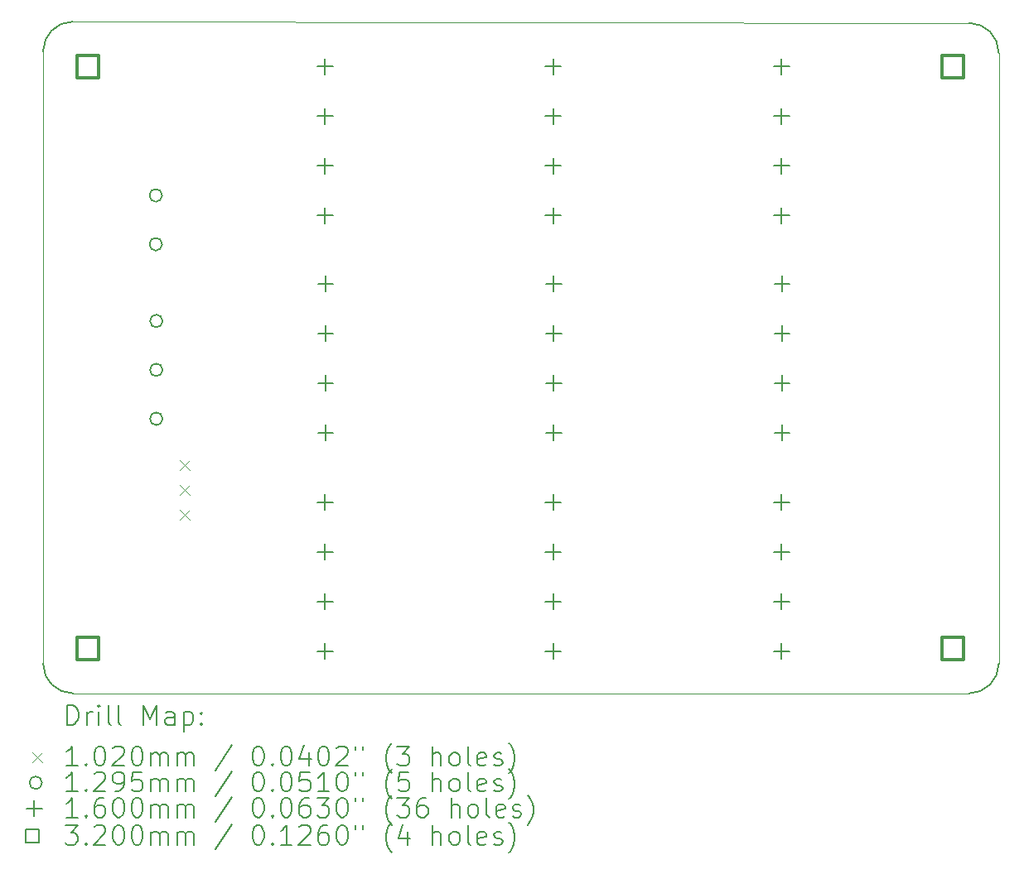
<source format=gbr>
%TF.GenerationSoftware,KiCad,Pcbnew,(6.0.10)*%
%TF.CreationDate,2023-01-26T21:48:15-05:00*%
%TF.ProjectId,Connectors,436f6e6e-6563-4746-9f72-732e6b696361,rev?*%
%TF.SameCoordinates,Original*%
%TF.FileFunction,Drillmap*%
%TF.FilePolarity,Positive*%
%FSLAX45Y45*%
G04 Gerber Fmt 4.5, Leading zero omitted, Abs format (unit mm)*
G04 Created by KiCad (PCBNEW (6.0.10)) date 2023-01-26 21:48:15*
%MOMM*%
%LPD*%
G01*
G04 APERTURE LIST*
%ADD10C,0.100000*%
%ADD11C,0.200000*%
%ADD12C,0.102000*%
%ADD13C,0.129540*%
%ADD14C,0.160000*%
%ADD15C,0.320000*%
G04 APERTURE END LIST*
D10*
X9067800Y-6882652D02*
X9067800Y-13144874D01*
X18529674Y-6590926D02*
X9372600Y-6577852D01*
D11*
X9372600Y-6577850D02*
G75*
G03*
X9067800Y-6882652I0J-304800D01*
G01*
D10*
X18834474Y-13144874D02*
X18834474Y-6895726D01*
D11*
X9067796Y-13144874D02*
G75*
G03*
X9372600Y-13449674I304804J4D01*
G01*
X18529674Y-13449674D02*
G75*
G03*
X18834474Y-13144874I-4J304804D01*
G01*
D10*
X18529674Y-13449674D02*
X9372600Y-13449674D01*
D11*
X18834474Y-6895726D02*
G75*
G03*
X18529674Y-6590926I-304804J-4D01*
G01*
D12*
X10464000Y-11060500D02*
X10566000Y-11162500D01*
X10566000Y-11060500D02*
X10464000Y-11162500D01*
X10464000Y-11314500D02*
X10566000Y-11416500D01*
X10566000Y-11314500D02*
X10464000Y-11416500D01*
X10464000Y-11568500D02*
X10566000Y-11670500D01*
X10566000Y-11568500D02*
X10464000Y-11670500D01*
D13*
X10284770Y-8355000D02*
G75*
G03*
X10284770Y-8355000I-64770J0D01*
G01*
X10284770Y-8855000D02*
G75*
G03*
X10284770Y-8855000I-64770J0D01*
G01*
X10289770Y-9640000D02*
G75*
G03*
X10289770Y-9640000I-64770J0D01*
G01*
X10289770Y-10140000D02*
G75*
G03*
X10289770Y-10140000I-64770J0D01*
G01*
X10289770Y-10640000D02*
G75*
G03*
X10289770Y-10640000I-64770J0D01*
G01*
D14*
X11950500Y-6958000D02*
X11950500Y-7118000D01*
X11870500Y-7038000D02*
X12030500Y-7038000D01*
X11950500Y-7466000D02*
X11950500Y-7626000D01*
X11870500Y-7546000D02*
X12030500Y-7546000D01*
X11950500Y-7974000D02*
X11950500Y-8134000D01*
X11870500Y-8054000D02*
X12030500Y-8054000D01*
X11950500Y-8482000D02*
X11950500Y-8642000D01*
X11870500Y-8562000D02*
X12030500Y-8562000D01*
X11950500Y-11413000D02*
X11950500Y-11573000D01*
X11870500Y-11493000D02*
X12030500Y-11493000D01*
X11950500Y-11921000D02*
X11950500Y-12081000D01*
X11870500Y-12001000D02*
X12030500Y-12001000D01*
X11950500Y-12429000D02*
X11950500Y-12589000D01*
X11870500Y-12509000D02*
X12030500Y-12509000D01*
X11950500Y-12937000D02*
X11950500Y-13097000D01*
X11870500Y-13017000D02*
X12030500Y-13017000D01*
X11955500Y-9179000D02*
X11955500Y-9339000D01*
X11875500Y-9259000D02*
X12035500Y-9259000D01*
X11955500Y-9687000D02*
X11955500Y-9847000D01*
X11875500Y-9767000D02*
X12035500Y-9767000D01*
X11955500Y-10195000D02*
X11955500Y-10355000D01*
X11875500Y-10275000D02*
X12035500Y-10275000D01*
X11955500Y-10703000D02*
X11955500Y-10863000D01*
X11875500Y-10783000D02*
X12035500Y-10783000D01*
X14282750Y-6958000D02*
X14282750Y-7118000D01*
X14202750Y-7038000D02*
X14362750Y-7038000D01*
X14282750Y-7466000D02*
X14282750Y-7626000D01*
X14202750Y-7546000D02*
X14362750Y-7546000D01*
X14282750Y-7974000D02*
X14282750Y-8134000D01*
X14202750Y-8054000D02*
X14362750Y-8054000D01*
X14282750Y-8482000D02*
X14282750Y-8642000D01*
X14202750Y-8562000D02*
X14362750Y-8562000D01*
X14282750Y-11413000D02*
X14282750Y-11573000D01*
X14202750Y-11493000D02*
X14362750Y-11493000D01*
X14282750Y-11921000D02*
X14282750Y-12081000D01*
X14202750Y-12001000D02*
X14362750Y-12001000D01*
X14282750Y-12429000D02*
X14282750Y-12589000D01*
X14202750Y-12509000D02*
X14362750Y-12509000D01*
X14282750Y-12937000D02*
X14282750Y-13097000D01*
X14202750Y-13017000D02*
X14362750Y-13017000D01*
X14287750Y-9179000D02*
X14287750Y-9339000D01*
X14207750Y-9259000D02*
X14367750Y-9259000D01*
X14287750Y-9687000D02*
X14287750Y-9847000D01*
X14207750Y-9767000D02*
X14367750Y-9767000D01*
X14287750Y-10195000D02*
X14287750Y-10355000D01*
X14207750Y-10275000D02*
X14367750Y-10275000D01*
X14287750Y-10703000D02*
X14287750Y-10863000D01*
X14207750Y-10783000D02*
X14367750Y-10783000D01*
X16615000Y-6958000D02*
X16615000Y-7118000D01*
X16535000Y-7038000D02*
X16695000Y-7038000D01*
X16615000Y-7466000D02*
X16615000Y-7626000D01*
X16535000Y-7546000D02*
X16695000Y-7546000D01*
X16615000Y-7974000D02*
X16615000Y-8134000D01*
X16535000Y-8054000D02*
X16695000Y-8054000D01*
X16615000Y-8482000D02*
X16615000Y-8642000D01*
X16535000Y-8562000D02*
X16695000Y-8562000D01*
X16615000Y-11413000D02*
X16615000Y-11573000D01*
X16535000Y-11493000D02*
X16695000Y-11493000D01*
X16615000Y-11921000D02*
X16615000Y-12081000D01*
X16535000Y-12001000D02*
X16695000Y-12001000D01*
X16615000Y-12429000D02*
X16615000Y-12589000D01*
X16535000Y-12509000D02*
X16695000Y-12509000D01*
X16615000Y-12937000D02*
X16615000Y-13097000D01*
X16535000Y-13017000D02*
X16695000Y-13017000D01*
X16620000Y-9179000D02*
X16620000Y-9339000D01*
X16540000Y-9259000D02*
X16700000Y-9259000D01*
X16620000Y-9687000D02*
X16620000Y-9847000D01*
X16540000Y-9767000D02*
X16700000Y-9767000D01*
X16620000Y-10195000D02*
X16620000Y-10355000D01*
X16540000Y-10275000D02*
X16700000Y-10275000D01*
X16620000Y-10703000D02*
X16620000Y-10863000D01*
X16540000Y-10783000D02*
X16700000Y-10783000D01*
D15*
X9638138Y-7148938D02*
X9638138Y-6922662D01*
X9411862Y-6922662D01*
X9411862Y-7148938D01*
X9638138Y-7148938D01*
X9638138Y-13103138D02*
X9638138Y-12876862D01*
X9411862Y-12876862D01*
X9411862Y-13103138D01*
X9638138Y-13103138D01*
X18477338Y-7148938D02*
X18477338Y-6922662D01*
X18251062Y-6922662D01*
X18251062Y-7148938D01*
X18477338Y-7148938D01*
X18477338Y-13103138D02*
X18477338Y-12876862D01*
X18251062Y-12876862D01*
X18251062Y-13103138D01*
X18477338Y-13103138D01*
D11*
X9315419Y-13770150D02*
X9315419Y-13570150D01*
X9363038Y-13570150D01*
X9391609Y-13579674D01*
X9410657Y-13598721D01*
X9420181Y-13617769D01*
X9429705Y-13655864D01*
X9429705Y-13684436D01*
X9420181Y-13722531D01*
X9410657Y-13741579D01*
X9391609Y-13760626D01*
X9363038Y-13770150D01*
X9315419Y-13770150D01*
X9515419Y-13770150D02*
X9515419Y-13636817D01*
X9515419Y-13674912D02*
X9524943Y-13655864D01*
X9534466Y-13646340D01*
X9553514Y-13636817D01*
X9572562Y-13636817D01*
X9639228Y-13770150D02*
X9639228Y-13636817D01*
X9639228Y-13570150D02*
X9629705Y-13579674D01*
X9639228Y-13589198D01*
X9648752Y-13579674D01*
X9639228Y-13570150D01*
X9639228Y-13589198D01*
X9763038Y-13770150D02*
X9743990Y-13760626D01*
X9734466Y-13741579D01*
X9734466Y-13570150D01*
X9867800Y-13770150D02*
X9848752Y-13760626D01*
X9839228Y-13741579D01*
X9839228Y-13570150D01*
X10096371Y-13770150D02*
X10096371Y-13570150D01*
X10163038Y-13713007D01*
X10229705Y-13570150D01*
X10229705Y-13770150D01*
X10410657Y-13770150D02*
X10410657Y-13665388D01*
X10401133Y-13646340D01*
X10382086Y-13636817D01*
X10343990Y-13636817D01*
X10324943Y-13646340D01*
X10410657Y-13760626D02*
X10391609Y-13770150D01*
X10343990Y-13770150D01*
X10324943Y-13760626D01*
X10315419Y-13741579D01*
X10315419Y-13722531D01*
X10324943Y-13703483D01*
X10343990Y-13693960D01*
X10391609Y-13693960D01*
X10410657Y-13684436D01*
X10505895Y-13636817D02*
X10505895Y-13836817D01*
X10505895Y-13646340D02*
X10524943Y-13636817D01*
X10563038Y-13636817D01*
X10582086Y-13646340D01*
X10591609Y-13655864D01*
X10601133Y-13674912D01*
X10601133Y-13732055D01*
X10591609Y-13751102D01*
X10582086Y-13760626D01*
X10563038Y-13770150D01*
X10524943Y-13770150D01*
X10505895Y-13760626D01*
X10686847Y-13751102D02*
X10696371Y-13760626D01*
X10686847Y-13770150D01*
X10677324Y-13760626D01*
X10686847Y-13751102D01*
X10686847Y-13770150D01*
X10686847Y-13646340D02*
X10696371Y-13655864D01*
X10686847Y-13665388D01*
X10677324Y-13655864D01*
X10686847Y-13646340D01*
X10686847Y-13665388D01*
D12*
X8955800Y-14048674D02*
X9057800Y-14150674D01*
X9057800Y-14048674D02*
X8955800Y-14150674D01*
D11*
X9420181Y-14190150D02*
X9305895Y-14190150D01*
X9363038Y-14190150D02*
X9363038Y-13990150D01*
X9343990Y-14018721D01*
X9324943Y-14037769D01*
X9305895Y-14047293D01*
X9505895Y-14171102D02*
X9515419Y-14180626D01*
X9505895Y-14190150D01*
X9496371Y-14180626D01*
X9505895Y-14171102D01*
X9505895Y-14190150D01*
X9639228Y-13990150D02*
X9658276Y-13990150D01*
X9677324Y-13999674D01*
X9686847Y-14009198D01*
X9696371Y-14028245D01*
X9705895Y-14066340D01*
X9705895Y-14113960D01*
X9696371Y-14152055D01*
X9686847Y-14171102D01*
X9677324Y-14180626D01*
X9658276Y-14190150D01*
X9639228Y-14190150D01*
X9620181Y-14180626D01*
X9610657Y-14171102D01*
X9601133Y-14152055D01*
X9591609Y-14113960D01*
X9591609Y-14066340D01*
X9601133Y-14028245D01*
X9610657Y-14009198D01*
X9620181Y-13999674D01*
X9639228Y-13990150D01*
X9782086Y-14009198D02*
X9791609Y-13999674D01*
X9810657Y-13990150D01*
X9858276Y-13990150D01*
X9877324Y-13999674D01*
X9886847Y-14009198D01*
X9896371Y-14028245D01*
X9896371Y-14047293D01*
X9886847Y-14075864D01*
X9772562Y-14190150D01*
X9896371Y-14190150D01*
X10020181Y-13990150D02*
X10039228Y-13990150D01*
X10058276Y-13999674D01*
X10067800Y-14009198D01*
X10077324Y-14028245D01*
X10086847Y-14066340D01*
X10086847Y-14113960D01*
X10077324Y-14152055D01*
X10067800Y-14171102D01*
X10058276Y-14180626D01*
X10039228Y-14190150D01*
X10020181Y-14190150D01*
X10001133Y-14180626D01*
X9991609Y-14171102D01*
X9982086Y-14152055D01*
X9972562Y-14113960D01*
X9972562Y-14066340D01*
X9982086Y-14028245D01*
X9991609Y-14009198D01*
X10001133Y-13999674D01*
X10020181Y-13990150D01*
X10172562Y-14190150D02*
X10172562Y-14056817D01*
X10172562Y-14075864D02*
X10182086Y-14066340D01*
X10201133Y-14056817D01*
X10229705Y-14056817D01*
X10248752Y-14066340D01*
X10258276Y-14085388D01*
X10258276Y-14190150D01*
X10258276Y-14085388D02*
X10267800Y-14066340D01*
X10286847Y-14056817D01*
X10315419Y-14056817D01*
X10334466Y-14066340D01*
X10343990Y-14085388D01*
X10343990Y-14190150D01*
X10439228Y-14190150D02*
X10439228Y-14056817D01*
X10439228Y-14075864D02*
X10448752Y-14066340D01*
X10467800Y-14056817D01*
X10496371Y-14056817D01*
X10515419Y-14066340D01*
X10524943Y-14085388D01*
X10524943Y-14190150D01*
X10524943Y-14085388D02*
X10534466Y-14066340D01*
X10553514Y-14056817D01*
X10582086Y-14056817D01*
X10601133Y-14066340D01*
X10610657Y-14085388D01*
X10610657Y-14190150D01*
X11001133Y-13980626D02*
X10829705Y-14237769D01*
X11258276Y-13990150D02*
X11277324Y-13990150D01*
X11296371Y-13999674D01*
X11305895Y-14009198D01*
X11315419Y-14028245D01*
X11324943Y-14066340D01*
X11324943Y-14113960D01*
X11315419Y-14152055D01*
X11305895Y-14171102D01*
X11296371Y-14180626D01*
X11277324Y-14190150D01*
X11258276Y-14190150D01*
X11239228Y-14180626D01*
X11229704Y-14171102D01*
X11220181Y-14152055D01*
X11210657Y-14113960D01*
X11210657Y-14066340D01*
X11220181Y-14028245D01*
X11229704Y-14009198D01*
X11239228Y-13999674D01*
X11258276Y-13990150D01*
X11410657Y-14171102D02*
X11420181Y-14180626D01*
X11410657Y-14190150D01*
X11401133Y-14180626D01*
X11410657Y-14171102D01*
X11410657Y-14190150D01*
X11543990Y-13990150D02*
X11563038Y-13990150D01*
X11582085Y-13999674D01*
X11591609Y-14009198D01*
X11601133Y-14028245D01*
X11610657Y-14066340D01*
X11610657Y-14113960D01*
X11601133Y-14152055D01*
X11591609Y-14171102D01*
X11582085Y-14180626D01*
X11563038Y-14190150D01*
X11543990Y-14190150D01*
X11524943Y-14180626D01*
X11515419Y-14171102D01*
X11505895Y-14152055D01*
X11496371Y-14113960D01*
X11496371Y-14066340D01*
X11505895Y-14028245D01*
X11515419Y-14009198D01*
X11524943Y-13999674D01*
X11543990Y-13990150D01*
X11782085Y-14056817D02*
X11782085Y-14190150D01*
X11734466Y-13980626D02*
X11686847Y-14123483D01*
X11810657Y-14123483D01*
X11924943Y-13990150D02*
X11943990Y-13990150D01*
X11963038Y-13999674D01*
X11972562Y-14009198D01*
X11982085Y-14028245D01*
X11991609Y-14066340D01*
X11991609Y-14113960D01*
X11982085Y-14152055D01*
X11972562Y-14171102D01*
X11963038Y-14180626D01*
X11943990Y-14190150D01*
X11924943Y-14190150D01*
X11905895Y-14180626D01*
X11896371Y-14171102D01*
X11886847Y-14152055D01*
X11877324Y-14113960D01*
X11877324Y-14066340D01*
X11886847Y-14028245D01*
X11896371Y-14009198D01*
X11905895Y-13999674D01*
X11924943Y-13990150D01*
X12067800Y-14009198D02*
X12077324Y-13999674D01*
X12096371Y-13990150D01*
X12143990Y-13990150D01*
X12163038Y-13999674D01*
X12172562Y-14009198D01*
X12182085Y-14028245D01*
X12182085Y-14047293D01*
X12172562Y-14075864D01*
X12058276Y-14190150D01*
X12182085Y-14190150D01*
X12258276Y-13990150D02*
X12258276Y-14028245D01*
X12334466Y-13990150D02*
X12334466Y-14028245D01*
X12629704Y-14266340D02*
X12620181Y-14256817D01*
X12601133Y-14228245D01*
X12591609Y-14209198D01*
X12582085Y-14180626D01*
X12572562Y-14133007D01*
X12572562Y-14094912D01*
X12582085Y-14047293D01*
X12591609Y-14018721D01*
X12601133Y-13999674D01*
X12620181Y-13971102D01*
X12629704Y-13961579D01*
X12686847Y-13990150D02*
X12810657Y-13990150D01*
X12743990Y-14066340D01*
X12772562Y-14066340D01*
X12791609Y-14075864D01*
X12801133Y-14085388D01*
X12810657Y-14104436D01*
X12810657Y-14152055D01*
X12801133Y-14171102D01*
X12791609Y-14180626D01*
X12772562Y-14190150D01*
X12715419Y-14190150D01*
X12696371Y-14180626D01*
X12686847Y-14171102D01*
X13048752Y-14190150D02*
X13048752Y-13990150D01*
X13134466Y-14190150D02*
X13134466Y-14085388D01*
X13124943Y-14066340D01*
X13105895Y-14056817D01*
X13077324Y-14056817D01*
X13058276Y-14066340D01*
X13048752Y-14075864D01*
X13258276Y-14190150D02*
X13239228Y-14180626D01*
X13229704Y-14171102D01*
X13220181Y-14152055D01*
X13220181Y-14094912D01*
X13229704Y-14075864D01*
X13239228Y-14066340D01*
X13258276Y-14056817D01*
X13286847Y-14056817D01*
X13305895Y-14066340D01*
X13315419Y-14075864D01*
X13324943Y-14094912D01*
X13324943Y-14152055D01*
X13315419Y-14171102D01*
X13305895Y-14180626D01*
X13286847Y-14190150D01*
X13258276Y-14190150D01*
X13439228Y-14190150D02*
X13420181Y-14180626D01*
X13410657Y-14161579D01*
X13410657Y-13990150D01*
X13591609Y-14180626D02*
X13572562Y-14190150D01*
X13534466Y-14190150D01*
X13515419Y-14180626D01*
X13505895Y-14161579D01*
X13505895Y-14085388D01*
X13515419Y-14066340D01*
X13534466Y-14056817D01*
X13572562Y-14056817D01*
X13591609Y-14066340D01*
X13601133Y-14085388D01*
X13601133Y-14104436D01*
X13505895Y-14123483D01*
X13677324Y-14180626D02*
X13696371Y-14190150D01*
X13734466Y-14190150D01*
X13753514Y-14180626D01*
X13763038Y-14161579D01*
X13763038Y-14152055D01*
X13753514Y-14133007D01*
X13734466Y-14123483D01*
X13705895Y-14123483D01*
X13686847Y-14113960D01*
X13677324Y-14094912D01*
X13677324Y-14085388D01*
X13686847Y-14066340D01*
X13705895Y-14056817D01*
X13734466Y-14056817D01*
X13753514Y-14066340D01*
X13829704Y-14266340D02*
X13839228Y-14256817D01*
X13858276Y-14228245D01*
X13867800Y-14209198D01*
X13877324Y-14180626D01*
X13886847Y-14133007D01*
X13886847Y-14094912D01*
X13877324Y-14047293D01*
X13867800Y-14018721D01*
X13858276Y-13999674D01*
X13839228Y-13971102D01*
X13829704Y-13961579D01*
D13*
X9057800Y-14363674D02*
G75*
G03*
X9057800Y-14363674I-64770J0D01*
G01*
D11*
X9420181Y-14454150D02*
X9305895Y-14454150D01*
X9363038Y-14454150D02*
X9363038Y-14254150D01*
X9343990Y-14282721D01*
X9324943Y-14301769D01*
X9305895Y-14311293D01*
X9505895Y-14435102D02*
X9515419Y-14444626D01*
X9505895Y-14454150D01*
X9496371Y-14444626D01*
X9505895Y-14435102D01*
X9505895Y-14454150D01*
X9591609Y-14273198D02*
X9601133Y-14263674D01*
X9620181Y-14254150D01*
X9667800Y-14254150D01*
X9686847Y-14263674D01*
X9696371Y-14273198D01*
X9705895Y-14292245D01*
X9705895Y-14311293D01*
X9696371Y-14339864D01*
X9582086Y-14454150D01*
X9705895Y-14454150D01*
X9801133Y-14454150D02*
X9839228Y-14454150D01*
X9858276Y-14444626D01*
X9867800Y-14435102D01*
X9886847Y-14406531D01*
X9896371Y-14368436D01*
X9896371Y-14292245D01*
X9886847Y-14273198D01*
X9877324Y-14263674D01*
X9858276Y-14254150D01*
X9820181Y-14254150D01*
X9801133Y-14263674D01*
X9791609Y-14273198D01*
X9782086Y-14292245D01*
X9782086Y-14339864D01*
X9791609Y-14358912D01*
X9801133Y-14368436D01*
X9820181Y-14377960D01*
X9858276Y-14377960D01*
X9877324Y-14368436D01*
X9886847Y-14358912D01*
X9896371Y-14339864D01*
X10077324Y-14254150D02*
X9982086Y-14254150D01*
X9972562Y-14349388D01*
X9982086Y-14339864D01*
X10001133Y-14330340D01*
X10048752Y-14330340D01*
X10067800Y-14339864D01*
X10077324Y-14349388D01*
X10086847Y-14368436D01*
X10086847Y-14416055D01*
X10077324Y-14435102D01*
X10067800Y-14444626D01*
X10048752Y-14454150D01*
X10001133Y-14454150D01*
X9982086Y-14444626D01*
X9972562Y-14435102D01*
X10172562Y-14454150D02*
X10172562Y-14320817D01*
X10172562Y-14339864D02*
X10182086Y-14330340D01*
X10201133Y-14320817D01*
X10229705Y-14320817D01*
X10248752Y-14330340D01*
X10258276Y-14349388D01*
X10258276Y-14454150D01*
X10258276Y-14349388D02*
X10267800Y-14330340D01*
X10286847Y-14320817D01*
X10315419Y-14320817D01*
X10334466Y-14330340D01*
X10343990Y-14349388D01*
X10343990Y-14454150D01*
X10439228Y-14454150D02*
X10439228Y-14320817D01*
X10439228Y-14339864D02*
X10448752Y-14330340D01*
X10467800Y-14320817D01*
X10496371Y-14320817D01*
X10515419Y-14330340D01*
X10524943Y-14349388D01*
X10524943Y-14454150D01*
X10524943Y-14349388D02*
X10534466Y-14330340D01*
X10553514Y-14320817D01*
X10582086Y-14320817D01*
X10601133Y-14330340D01*
X10610657Y-14349388D01*
X10610657Y-14454150D01*
X11001133Y-14244626D02*
X10829705Y-14501769D01*
X11258276Y-14254150D02*
X11277324Y-14254150D01*
X11296371Y-14263674D01*
X11305895Y-14273198D01*
X11315419Y-14292245D01*
X11324943Y-14330340D01*
X11324943Y-14377960D01*
X11315419Y-14416055D01*
X11305895Y-14435102D01*
X11296371Y-14444626D01*
X11277324Y-14454150D01*
X11258276Y-14454150D01*
X11239228Y-14444626D01*
X11229704Y-14435102D01*
X11220181Y-14416055D01*
X11210657Y-14377960D01*
X11210657Y-14330340D01*
X11220181Y-14292245D01*
X11229704Y-14273198D01*
X11239228Y-14263674D01*
X11258276Y-14254150D01*
X11410657Y-14435102D02*
X11420181Y-14444626D01*
X11410657Y-14454150D01*
X11401133Y-14444626D01*
X11410657Y-14435102D01*
X11410657Y-14454150D01*
X11543990Y-14254150D02*
X11563038Y-14254150D01*
X11582085Y-14263674D01*
X11591609Y-14273198D01*
X11601133Y-14292245D01*
X11610657Y-14330340D01*
X11610657Y-14377960D01*
X11601133Y-14416055D01*
X11591609Y-14435102D01*
X11582085Y-14444626D01*
X11563038Y-14454150D01*
X11543990Y-14454150D01*
X11524943Y-14444626D01*
X11515419Y-14435102D01*
X11505895Y-14416055D01*
X11496371Y-14377960D01*
X11496371Y-14330340D01*
X11505895Y-14292245D01*
X11515419Y-14273198D01*
X11524943Y-14263674D01*
X11543990Y-14254150D01*
X11791609Y-14254150D02*
X11696371Y-14254150D01*
X11686847Y-14349388D01*
X11696371Y-14339864D01*
X11715419Y-14330340D01*
X11763038Y-14330340D01*
X11782085Y-14339864D01*
X11791609Y-14349388D01*
X11801133Y-14368436D01*
X11801133Y-14416055D01*
X11791609Y-14435102D01*
X11782085Y-14444626D01*
X11763038Y-14454150D01*
X11715419Y-14454150D01*
X11696371Y-14444626D01*
X11686847Y-14435102D01*
X11991609Y-14454150D02*
X11877324Y-14454150D01*
X11934466Y-14454150D02*
X11934466Y-14254150D01*
X11915419Y-14282721D01*
X11896371Y-14301769D01*
X11877324Y-14311293D01*
X12115419Y-14254150D02*
X12134466Y-14254150D01*
X12153514Y-14263674D01*
X12163038Y-14273198D01*
X12172562Y-14292245D01*
X12182085Y-14330340D01*
X12182085Y-14377960D01*
X12172562Y-14416055D01*
X12163038Y-14435102D01*
X12153514Y-14444626D01*
X12134466Y-14454150D01*
X12115419Y-14454150D01*
X12096371Y-14444626D01*
X12086847Y-14435102D01*
X12077324Y-14416055D01*
X12067800Y-14377960D01*
X12067800Y-14330340D01*
X12077324Y-14292245D01*
X12086847Y-14273198D01*
X12096371Y-14263674D01*
X12115419Y-14254150D01*
X12258276Y-14254150D02*
X12258276Y-14292245D01*
X12334466Y-14254150D02*
X12334466Y-14292245D01*
X12629704Y-14530340D02*
X12620181Y-14520817D01*
X12601133Y-14492245D01*
X12591609Y-14473198D01*
X12582085Y-14444626D01*
X12572562Y-14397007D01*
X12572562Y-14358912D01*
X12582085Y-14311293D01*
X12591609Y-14282721D01*
X12601133Y-14263674D01*
X12620181Y-14235102D01*
X12629704Y-14225579D01*
X12801133Y-14254150D02*
X12705895Y-14254150D01*
X12696371Y-14349388D01*
X12705895Y-14339864D01*
X12724943Y-14330340D01*
X12772562Y-14330340D01*
X12791609Y-14339864D01*
X12801133Y-14349388D01*
X12810657Y-14368436D01*
X12810657Y-14416055D01*
X12801133Y-14435102D01*
X12791609Y-14444626D01*
X12772562Y-14454150D01*
X12724943Y-14454150D01*
X12705895Y-14444626D01*
X12696371Y-14435102D01*
X13048752Y-14454150D02*
X13048752Y-14254150D01*
X13134466Y-14454150D02*
X13134466Y-14349388D01*
X13124943Y-14330340D01*
X13105895Y-14320817D01*
X13077324Y-14320817D01*
X13058276Y-14330340D01*
X13048752Y-14339864D01*
X13258276Y-14454150D02*
X13239228Y-14444626D01*
X13229704Y-14435102D01*
X13220181Y-14416055D01*
X13220181Y-14358912D01*
X13229704Y-14339864D01*
X13239228Y-14330340D01*
X13258276Y-14320817D01*
X13286847Y-14320817D01*
X13305895Y-14330340D01*
X13315419Y-14339864D01*
X13324943Y-14358912D01*
X13324943Y-14416055D01*
X13315419Y-14435102D01*
X13305895Y-14444626D01*
X13286847Y-14454150D01*
X13258276Y-14454150D01*
X13439228Y-14454150D02*
X13420181Y-14444626D01*
X13410657Y-14425579D01*
X13410657Y-14254150D01*
X13591609Y-14444626D02*
X13572562Y-14454150D01*
X13534466Y-14454150D01*
X13515419Y-14444626D01*
X13505895Y-14425579D01*
X13505895Y-14349388D01*
X13515419Y-14330340D01*
X13534466Y-14320817D01*
X13572562Y-14320817D01*
X13591609Y-14330340D01*
X13601133Y-14349388D01*
X13601133Y-14368436D01*
X13505895Y-14387483D01*
X13677324Y-14444626D02*
X13696371Y-14454150D01*
X13734466Y-14454150D01*
X13753514Y-14444626D01*
X13763038Y-14425579D01*
X13763038Y-14416055D01*
X13753514Y-14397007D01*
X13734466Y-14387483D01*
X13705895Y-14387483D01*
X13686847Y-14377960D01*
X13677324Y-14358912D01*
X13677324Y-14349388D01*
X13686847Y-14330340D01*
X13705895Y-14320817D01*
X13734466Y-14320817D01*
X13753514Y-14330340D01*
X13829704Y-14530340D02*
X13839228Y-14520817D01*
X13858276Y-14492245D01*
X13867800Y-14473198D01*
X13877324Y-14444626D01*
X13886847Y-14397007D01*
X13886847Y-14358912D01*
X13877324Y-14311293D01*
X13867800Y-14282721D01*
X13858276Y-14263674D01*
X13839228Y-14235102D01*
X13829704Y-14225579D01*
D14*
X8977800Y-14547674D02*
X8977800Y-14707674D01*
X8897800Y-14627674D02*
X9057800Y-14627674D01*
D11*
X9420181Y-14718150D02*
X9305895Y-14718150D01*
X9363038Y-14718150D02*
X9363038Y-14518150D01*
X9343990Y-14546721D01*
X9324943Y-14565769D01*
X9305895Y-14575293D01*
X9505895Y-14699102D02*
X9515419Y-14708626D01*
X9505895Y-14718150D01*
X9496371Y-14708626D01*
X9505895Y-14699102D01*
X9505895Y-14718150D01*
X9686847Y-14518150D02*
X9648752Y-14518150D01*
X9629705Y-14527674D01*
X9620181Y-14537198D01*
X9601133Y-14565769D01*
X9591609Y-14603864D01*
X9591609Y-14680055D01*
X9601133Y-14699102D01*
X9610657Y-14708626D01*
X9629705Y-14718150D01*
X9667800Y-14718150D01*
X9686847Y-14708626D01*
X9696371Y-14699102D01*
X9705895Y-14680055D01*
X9705895Y-14632436D01*
X9696371Y-14613388D01*
X9686847Y-14603864D01*
X9667800Y-14594340D01*
X9629705Y-14594340D01*
X9610657Y-14603864D01*
X9601133Y-14613388D01*
X9591609Y-14632436D01*
X9829705Y-14518150D02*
X9848752Y-14518150D01*
X9867800Y-14527674D01*
X9877324Y-14537198D01*
X9886847Y-14556245D01*
X9896371Y-14594340D01*
X9896371Y-14641960D01*
X9886847Y-14680055D01*
X9877324Y-14699102D01*
X9867800Y-14708626D01*
X9848752Y-14718150D01*
X9829705Y-14718150D01*
X9810657Y-14708626D01*
X9801133Y-14699102D01*
X9791609Y-14680055D01*
X9782086Y-14641960D01*
X9782086Y-14594340D01*
X9791609Y-14556245D01*
X9801133Y-14537198D01*
X9810657Y-14527674D01*
X9829705Y-14518150D01*
X10020181Y-14518150D02*
X10039228Y-14518150D01*
X10058276Y-14527674D01*
X10067800Y-14537198D01*
X10077324Y-14556245D01*
X10086847Y-14594340D01*
X10086847Y-14641960D01*
X10077324Y-14680055D01*
X10067800Y-14699102D01*
X10058276Y-14708626D01*
X10039228Y-14718150D01*
X10020181Y-14718150D01*
X10001133Y-14708626D01*
X9991609Y-14699102D01*
X9982086Y-14680055D01*
X9972562Y-14641960D01*
X9972562Y-14594340D01*
X9982086Y-14556245D01*
X9991609Y-14537198D01*
X10001133Y-14527674D01*
X10020181Y-14518150D01*
X10172562Y-14718150D02*
X10172562Y-14584817D01*
X10172562Y-14603864D02*
X10182086Y-14594340D01*
X10201133Y-14584817D01*
X10229705Y-14584817D01*
X10248752Y-14594340D01*
X10258276Y-14613388D01*
X10258276Y-14718150D01*
X10258276Y-14613388D02*
X10267800Y-14594340D01*
X10286847Y-14584817D01*
X10315419Y-14584817D01*
X10334466Y-14594340D01*
X10343990Y-14613388D01*
X10343990Y-14718150D01*
X10439228Y-14718150D02*
X10439228Y-14584817D01*
X10439228Y-14603864D02*
X10448752Y-14594340D01*
X10467800Y-14584817D01*
X10496371Y-14584817D01*
X10515419Y-14594340D01*
X10524943Y-14613388D01*
X10524943Y-14718150D01*
X10524943Y-14613388D02*
X10534466Y-14594340D01*
X10553514Y-14584817D01*
X10582086Y-14584817D01*
X10601133Y-14594340D01*
X10610657Y-14613388D01*
X10610657Y-14718150D01*
X11001133Y-14508626D02*
X10829705Y-14765769D01*
X11258276Y-14518150D02*
X11277324Y-14518150D01*
X11296371Y-14527674D01*
X11305895Y-14537198D01*
X11315419Y-14556245D01*
X11324943Y-14594340D01*
X11324943Y-14641960D01*
X11315419Y-14680055D01*
X11305895Y-14699102D01*
X11296371Y-14708626D01*
X11277324Y-14718150D01*
X11258276Y-14718150D01*
X11239228Y-14708626D01*
X11229704Y-14699102D01*
X11220181Y-14680055D01*
X11210657Y-14641960D01*
X11210657Y-14594340D01*
X11220181Y-14556245D01*
X11229704Y-14537198D01*
X11239228Y-14527674D01*
X11258276Y-14518150D01*
X11410657Y-14699102D02*
X11420181Y-14708626D01*
X11410657Y-14718150D01*
X11401133Y-14708626D01*
X11410657Y-14699102D01*
X11410657Y-14718150D01*
X11543990Y-14518150D02*
X11563038Y-14518150D01*
X11582085Y-14527674D01*
X11591609Y-14537198D01*
X11601133Y-14556245D01*
X11610657Y-14594340D01*
X11610657Y-14641960D01*
X11601133Y-14680055D01*
X11591609Y-14699102D01*
X11582085Y-14708626D01*
X11563038Y-14718150D01*
X11543990Y-14718150D01*
X11524943Y-14708626D01*
X11515419Y-14699102D01*
X11505895Y-14680055D01*
X11496371Y-14641960D01*
X11496371Y-14594340D01*
X11505895Y-14556245D01*
X11515419Y-14537198D01*
X11524943Y-14527674D01*
X11543990Y-14518150D01*
X11782085Y-14518150D02*
X11743990Y-14518150D01*
X11724943Y-14527674D01*
X11715419Y-14537198D01*
X11696371Y-14565769D01*
X11686847Y-14603864D01*
X11686847Y-14680055D01*
X11696371Y-14699102D01*
X11705895Y-14708626D01*
X11724943Y-14718150D01*
X11763038Y-14718150D01*
X11782085Y-14708626D01*
X11791609Y-14699102D01*
X11801133Y-14680055D01*
X11801133Y-14632436D01*
X11791609Y-14613388D01*
X11782085Y-14603864D01*
X11763038Y-14594340D01*
X11724943Y-14594340D01*
X11705895Y-14603864D01*
X11696371Y-14613388D01*
X11686847Y-14632436D01*
X11867800Y-14518150D02*
X11991609Y-14518150D01*
X11924943Y-14594340D01*
X11953514Y-14594340D01*
X11972562Y-14603864D01*
X11982085Y-14613388D01*
X11991609Y-14632436D01*
X11991609Y-14680055D01*
X11982085Y-14699102D01*
X11972562Y-14708626D01*
X11953514Y-14718150D01*
X11896371Y-14718150D01*
X11877324Y-14708626D01*
X11867800Y-14699102D01*
X12115419Y-14518150D02*
X12134466Y-14518150D01*
X12153514Y-14527674D01*
X12163038Y-14537198D01*
X12172562Y-14556245D01*
X12182085Y-14594340D01*
X12182085Y-14641960D01*
X12172562Y-14680055D01*
X12163038Y-14699102D01*
X12153514Y-14708626D01*
X12134466Y-14718150D01*
X12115419Y-14718150D01*
X12096371Y-14708626D01*
X12086847Y-14699102D01*
X12077324Y-14680055D01*
X12067800Y-14641960D01*
X12067800Y-14594340D01*
X12077324Y-14556245D01*
X12086847Y-14537198D01*
X12096371Y-14527674D01*
X12115419Y-14518150D01*
X12258276Y-14518150D02*
X12258276Y-14556245D01*
X12334466Y-14518150D02*
X12334466Y-14556245D01*
X12629704Y-14794340D02*
X12620181Y-14784817D01*
X12601133Y-14756245D01*
X12591609Y-14737198D01*
X12582085Y-14708626D01*
X12572562Y-14661007D01*
X12572562Y-14622912D01*
X12582085Y-14575293D01*
X12591609Y-14546721D01*
X12601133Y-14527674D01*
X12620181Y-14499102D01*
X12629704Y-14489579D01*
X12686847Y-14518150D02*
X12810657Y-14518150D01*
X12743990Y-14594340D01*
X12772562Y-14594340D01*
X12791609Y-14603864D01*
X12801133Y-14613388D01*
X12810657Y-14632436D01*
X12810657Y-14680055D01*
X12801133Y-14699102D01*
X12791609Y-14708626D01*
X12772562Y-14718150D01*
X12715419Y-14718150D01*
X12696371Y-14708626D01*
X12686847Y-14699102D01*
X12982085Y-14518150D02*
X12943990Y-14518150D01*
X12924943Y-14527674D01*
X12915419Y-14537198D01*
X12896371Y-14565769D01*
X12886847Y-14603864D01*
X12886847Y-14680055D01*
X12896371Y-14699102D01*
X12905895Y-14708626D01*
X12924943Y-14718150D01*
X12963038Y-14718150D01*
X12982085Y-14708626D01*
X12991609Y-14699102D01*
X13001133Y-14680055D01*
X13001133Y-14632436D01*
X12991609Y-14613388D01*
X12982085Y-14603864D01*
X12963038Y-14594340D01*
X12924943Y-14594340D01*
X12905895Y-14603864D01*
X12896371Y-14613388D01*
X12886847Y-14632436D01*
X13239228Y-14718150D02*
X13239228Y-14518150D01*
X13324943Y-14718150D02*
X13324943Y-14613388D01*
X13315419Y-14594340D01*
X13296371Y-14584817D01*
X13267800Y-14584817D01*
X13248752Y-14594340D01*
X13239228Y-14603864D01*
X13448752Y-14718150D02*
X13429704Y-14708626D01*
X13420181Y-14699102D01*
X13410657Y-14680055D01*
X13410657Y-14622912D01*
X13420181Y-14603864D01*
X13429704Y-14594340D01*
X13448752Y-14584817D01*
X13477324Y-14584817D01*
X13496371Y-14594340D01*
X13505895Y-14603864D01*
X13515419Y-14622912D01*
X13515419Y-14680055D01*
X13505895Y-14699102D01*
X13496371Y-14708626D01*
X13477324Y-14718150D01*
X13448752Y-14718150D01*
X13629704Y-14718150D02*
X13610657Y-14708626D01*
X13601133Y-14689579D01*
X13601133Y-14518150D01*
X13782085Y-14708626D02*
X13763038Y-14718150D01*
X13724943Y-14718150D01*
X13705895Y-14708626D01*
X13696371Y-14689579D01*
X13696371Y-14613388D01*
X13705895Y-14594340D01*
X13724943Y-14584817D01*
X13763038Y-14584817D01*
X13782085Y-14594340D01*
X13791609Y-14613388D01*
X13791609Y-14632436D01*
X13696371Y-14651483D01*
X13867800Y-14708626D02*
X13886847Y-14718150D01*
X13924943Y-14718150D01*
X13943990Y-14708626D01*
X13953514Y-14689579D01*
X13953514Y-14680055D01*
X13943990Y-14661007D01*
X13924943Y-14651483D01*
X13896371Y-14651483D01*
X13877324Y-14641960D01*
X13867800Y-14622912D01*
X13867800Y-14613388D01*
X13877324Y-14594340D01*
X13896371Y-14584817D01*
X13924943Y-14584817D01*
X13943990Y-14594340D01*
X14020181Y-14794340D02*
X14029704Y-14784817D01*
X14048752Y-14756245D01*
X14058276Y-14737198D01*
X14067800Y-14708626D01*
X14077324Y-14661007D01*
X14077324Y-14622912D01*
X14067800Y-14575293D01*
X14058276Y-14546721D01*
X14048752Y-14527674D01*
X14029704Y-14499102D01*
X14020181Y-14489579D01*
X9028511Y-14978385D02*
X9028511Y-14836962D01*
X8887088Y-14836962D01*
X8887088Y-14978385D01*
X9028511Y-14978385D01*
X9296371Y-14798150D02*
X9420181Y-14798150D01*
X9353514Y-14874340D01*
X9382086Y-14874340D01*
X9401133Y-14883864D01*
X9410657Y-14893388D01*
X9420181Y-14912436D01*
X9420181Y-14960055D01*
X9410657Y-14979102D01*
X9401133Y-14988626D01*
X9382086Y-14998150D01*
X9324943Y-14998150D01*
X9305895Y-14988626D01*
X9296371Y-14979102D01*
X9505895Y-14979102D02*
X9515419Y-14988626D01*
X9505895Y-14998150D01*
X9496371Y-14988626D01*
X9505895Y-14979102D01*
X9505895Y-14998150D01*
X9591609Y-14817198D02*
X9601133Y-14807674D01*
X9620181Y-14798150D01*
X9667800Y-14798150D01*
X9686847Y-14807674D01*
X9696371Y-14817198D01*
X9705895Y-14836245D01*
X9705895Y-14855293D01*
X9696371Y-14883864D01*
X9582086Y-14998150D01*
X9705895Y-14998150D01*
X9829705Y-14798150D02*
X9848752Y-14798150D01*
X9867800Y-14807674D01*
X9877324Y-14817198D01*
X9886847Y-14836245D01*
X9896371Y-14874340D01*
X9896371Y-14921960D01*
X9886847Y-14960055D01*
X9877324Y-14979102D01*
X9867800Y-14988626D01*
X9848752Y-14998150D01*
X9829705Y-14998150D01*
X9810657Y-14988626D01*
X9801133Y-14979102D01*
X9791609Y-14960055D01*
X9782086Y-14921960D01*
X9782086Y-14874340D01*
X9791609Y-14836245D01*
X9801133Y-14817198D01*
X9810657Y-14807674D01*
X9829705Y-14798150D01*
X10020181Y-14798150D02*
X10039228Y-14798150D01*
X10058276Y-14807674D01*
X10067800Y-14817198D01*
X10077324Y-14836245D01*
X10086847Y-14874340D01*
X10086847Y-14921960D01*
X10077324Y-14960055D01*
X10067800Y-14979102D01*
X10058276Y-14988626D01*
X10039228Y-14998150D01*
X10020181Y-14998150D01*
X10001133Y-14988626D01*
X9991609Y-14979102D01*
X9982086Y-14960055D01*
X9972562Y-14921960D01*
X9972562Y-14874340D01*
X9982086Y-14836245D01*
X9991609Y-14817198D01*
X10001133Y-14807674D01*
X10020181Y-14798150D01*
X10172562Y-14998150D02*
X10172562Y-14864817D01*
X10172562Y-14883864D02*
X10182086Y-14874340D01*
X10201133Y-14864817D01*
X10229705Y-14864817D01*
X10248752Y-14874340D01*
X10258276Y-14893388D01*
X10258276Y-14998150D01*
X10258276Y-14893388D02*
X10267800Y-14874340D01*
X10286847Y-14864817D01*
X10315419Y-14864817D01*
X10334466Y-14874340D01*
X10343990Y-14893388D01*
X10343990Y-14998150D01*
X10439228Y-14998150D02*
X10439228Y-14864817D01*
X10439228Y-14883864D02*
X10448752Y-14874340D01*
X10467800Y-14864817D01*
X10496371Y-14864817D01*
X10515419Y-14874340D01*
X10524943Y-14893388D01*
X10524943Y-14998150D01*
X10524943Y-14893388D02*
X10534466Y-14874340D01*
X10553514Y-14864817D01*
X10582086Y-14864817D01*
X10601133Y-14874340D01*
X10610657Y-14893388D01*
X10610657Y-14998150D01*
X11001133Y-14788626D02*
X10829705Y-15045769D01*
X11258276Y-14798150D02*
X11277324Y-14798150D01*
X11296371Y-14807674D01*
X11305895Y-14817198D01*
X11315419Y-14836245D01*
X11324943Y-14874340D01*
X11324943Y-14921960D01*
X11315419Y-14960055D01*
X11305895Y-14979102D01*
X11296371Y-14988626D01*
X11277324Y-14998150D01*
X11258276Y-14998150D01*
X11239228Y-14988626D01*
X11229704Y-14979102D01*
X11220181Y-14960055D01*
X11210657Y-14921960D01*
X11210657Y-14874340D01*
X11220181Y-14836245D01*
X11229704Y-14817198D01*
X11239228Y-14807674D01*
X11258276Y-14798150D01*
X11410657Y-14979102D02*
X11420181Y-14988626D01*
X11410657Y-14998150D01*
X11401133Y-14988626D01*
X11410657Y-14979102D01*
X11410657Y-14998150D01*
X11610657Y-14998150D02*
X11496371Y-14998150D01*
X11553514Y-14998150D02*
X11553514Y-14798150D01*
X11534466Y-14826721D01*
X11515419Y-14845769D01*
X11496371Y-14855293D01*
X11686847Y-14817198D02*
X11696371Y-14807674D01*
X11715419Y-14798150D01*
X11763038Y-14798150D01*
X11782085Y-14807674D01*
X11791609Y-14817198D01*
X11801133Y-14836245D01*
X11801133Y-14855293D01*
X11791609Y-14883864D01*
X11677324Y-14998150D01*
X11801133Y-14998150D01*
X11972562Y-14798150D02*
X11934466Y-14798150D01*
X11915419Y-14807674D01*
X11905895Y-14817198D01*
X11886847Y-14845769D01*
X11877324Y-14883864D01*
X11877324Y-14960055D01*
X11886847Y-14979102D01*
X11896371Y-14988626D01*
X11915419Y-14998150D01*
X11953514Y-14998150D01*
X11972562Y-14988626D01*
X11982085Y-14979102D01*
X11991609Y-14960055D01*
X11991609Y-14912436D01*
X11982085Y-14893388D01*
X11972562Y-14883864D01*
X11953514Y-14874340D01*
X11915419Y-14874340D01*
X11896371Y-14883864D01*
X11886847Y-14893388D01*
X11877324Y-14912436D01*
X12115419Y-14798150D02*
X12134466Y-14798150D01*
X12153514Y-14807674D01*
X12163038Y-14817198D01*
X12172562Y-14836245D01*
X12182085Y-14874340D01*
X12182085Y-14921960D01*
X12172562Y-14960055D01*
X12163038Y-14979102D01*
X12153514Y-14988626D01*
X12134466Y-14998150D01*
X12115419Y-14998150D01*
X12096371Y-14988626D01*
X12086847Y-14979102D01*
X12077324Y-14960055D01*
X12067800Y-14921960D01*
X12067800Y-14874340D01*
X12077324Y-14836245D01*
X12086847Y-14817198D01*
X12096371Y-14807674D01*
X12115419Y-14798150D01*
X12258276Y-14798150D02*
X12258276Y-14836245D01*
X12334466Y-14798150D02*
X12334466Y-14836245D01*
X12629704Y-15074340D02*
X12620181Y-15064817D01*
X12601133Y-15036245D01*
X12591609Y-15017198D01*
X12582085Y-14988626D01*
X12572562Y-14941007D01*
X12572562Y-14902912D01*
X12582085Y-14855293D01*
X12591609Y-14826721D01*
X12601133Y-14807674D01*
X12620181Y-14779102D01*
X12629704Y-14769579D01*
X12791609Y-14864817D02*
X12791609Y-14998150D01*
X12743990Y-14788626D02*
X12696371Y-14931483D01*
X12820181Y-14931483D01*
X13048752Y-14998150D02*
X13048752Y-14798150D01*
X13134466Y-14998150D02*
X13134466Y-14893388D01*
X13124943Y-14874340D01*
X13105895Y-14864817D01*
X13077324Y-14864817D01*
X13058276Y-14874340D01*
X13048752Y-14883864D01*
X13258276Y-14998150D02*
X13239228Y-14988626D01*
X13229704Y-14979102D01*
X13220181Y-14960055D01*
X13220181Y-14902912D01*
X13229704Y-14883864D01*
X13239228Y-14874340D01*
X13258276Y-14864817D01*
X13286847Y-14864817D01*
X13305895Y-14874340D01*
X13315419Y-14883864D01*
X13324943Y-14902912D01*
X13324943Y-14960055D01*
X13315419Y-14979102D01*
X13305895Y-14988626D01*
X13286847Y-14998150D01*
X13258276Y-14998150D01*
X13439228Y-14998150D02*
X13420181Y-14988626D01*
X13410657Y-14969579D01*
X13410657Y-14798150D01*
X13591609Y-14988626D02*
X13572562Y-14998150D01*
X13534466Y-14998150D01*
X13515419Y-14988626D01*
X13505895Y-14969579D01*
X13505895Y-14893388D01*
X13515419Y-14874340D01*
X13534466Y-14864817D01*
X13572562Y-14864817D01*
X13591609Y-14874340D01*
X13601133Y-14893388D01*
X13601133Y-14912436D01*
X13505895Y-14931483D01*
X13677324Y-14988626D02*
X13696371Y-14998150D01*
X13734466Y-14998150D01*
X13753514Y-14988626D01*
X13763038Y-14969579D01*
X13763038Y-14960055D01*
X13753514Y-14941007D01*
X13734466Y-14931483D01*
X13705895Y-14931483D01*
X13686847Y-14921960D01*
X13677324Y-14902912D01*
X13677324Y-14893388D01*
X13686847Y-14874340D01*
X13705895Y-14864817D01*
X13734466Y-14864817D01*
X13753514Y-14874340D01*
X13829704Y-15074340D02*
X13839228Y-15064817D01*
X13858276Y-15036245D01*
X13867800Y-15017198D01*
X13877324Y-14988626D01*
X13886847Y-14941007D01*
X13886847Y-14902912D01*
X13877324Y-14855293D01*
X13867800Y-14826721D01*
X13858276Y-14807674D01*
X13839228Y-14779102D01*
X13829704Y-14769579D01*
M02*

</source>
